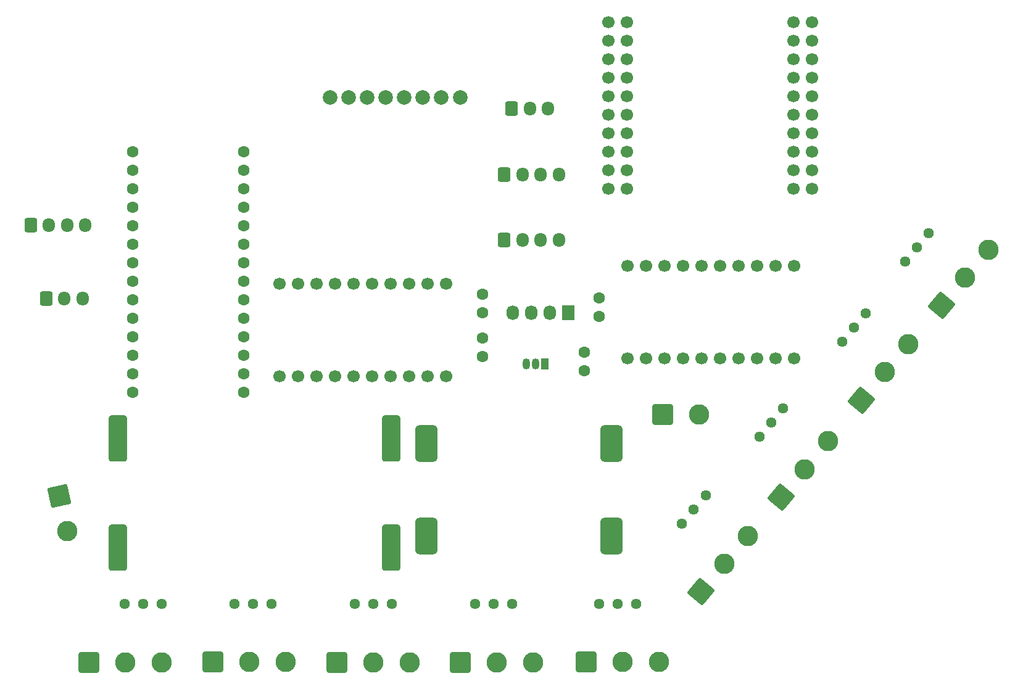
<source format=gbr>
%TF.GenerationSoftware,KiCad,Pcbnew,9.0.7*%
%TF.CreationDate,2026-01-22T08:28:16-05:00*%
%TF.ProjectId,ProtosuitDevBoard,50726f74-6f73-4756-9974-446576426f61,rev?*%
%TF.SameCoordinates,Original*%
%TF.FileFunction,Soldermask,Bot*%
%TF.FilePolarity,Negative*%
%FSLAX46Y46*%
G04 Gerber Fmt 4.6, Leading zero omitted, Abs format (unit mm)*
G04 Created by KiCad (PCBNEW 9.0.7) date 2026-01-22 08:28:16*
%MOMM*%
%LPD*%
G01*
G04 APERTURE LIST*
G04 Aperture macros list*
%AMRoundRect*
0 Rectangle with rounded corners*
0 $1 Rounding radius*
0 $2 $3 $4 $5 $6 $7 $8 $9 X,Y pos of 4 corners*
0 Add a 4 corners polygon primitive as box body*
4,1,4,$2,$3,$4,$5,$6,$7,$8,$9,$2,$3,0*
0 Add four circle primitives for the rounded corners*
1,1,$1+$1,$2,$3*
1,1,$1+$1,$4,$5*
1,1,$1+$1,$6,$7*
1,1,$1+$1,$8,$9*
0 Add four rect primitives between the rounded corners*
20,1,$1+$1,$2,$3,$4,$5,0*
20,1,$1+$1,$4,$5,$6,$7,0*
20,1,$1+$1,$6,$7,$8,$9,0*
20,1,$1+$1,$8,$9,$2,$3,0*%
G04 Aperture macros list end*
%ADD10R,1.730000X2.030000*%
%ADD11O,1.730000X2.030000*%
%ADD12RoundRect,0.250001X-1.149999X-1.149999X1.149999X-1.149999X1.149999X1.149999X-1.149999X1.149999X0*%
%ADD13C,2.800000*%
%ADD14RoundRect,0.250000X-0.600000X-0.725000X0.600000X-0.725000X0.600000X0.725000X-0.600000X0.725000X0*%
%ADD15O,1.700000X1.950000*%
%ADD16RoundRect,0.250001X0.141745X-1.620155X1.620155X0.141745X-0.141745X1.620155X-1.620155X-0.141745X0*%
%ADD17C,1.440000*%
%ADD18C,1.600000*%
%ADD19RoundRect,0.450000X-1.050000X-2.050000X1.050000X-2.050000X1.050000X2.050000X-1.050000X2.050000X0*%
%ADD20RoundRect,0.381000X0.889000X1.524000X-0.889000X1.524000X-0.889000X-1.524000X0.889000X-1.524000X0*%
%ADD21C,1.700000*%
%ADD22C,2.000000*%
%ADD23RoundRect,0.250001X-1.371645X0.873834X-0.873834X-1.371645X1.371645X-0.873834X0.873834X1.371645X0*%
%ADD24R,1.050000X1.500000*%
%ADD25O,1.050000X1.500000*%
G04 APERTURE END LIST*
D10*
%TO.C,J16*%
X161800000Y-93000000D03*
D11*
X159260000Y-93000000D03*
X156720000Y-93000000D03*
X154180000Y-93000000D03*
%TD*%
D12*
%TO.C,J1*%
X174750000Y-106967500D03*
D13*
X179750000Y-106967500D03*
%TD*%
D14*
%TO.C,J15*%
X88000000Y-81000000D03*
D15*
X90500000Y-81000000D03*
X93000000Y-81000000D03*
X95500000Y-81000000D03*
%TD*%
D16*
%TO.C,J7*%
X213000000Y-92000000D03*
D13*
X216213938Y-88169778D03*
X219427876Y-84339556D03*
%TD*%
D17*
%TO.C,RV8*%
X106000000Y-133000000D03*
X103460000Y-133000000D03*
X100920000Y-133000000D03*
%TD*%
D18*
%TO.C,R3*%
X164000000Y-98460000D03*
X164000000Y-101000000D03*
%TD*%
D19*
%TO.C,U2*%
X142300000Y-110920000D03*
X142300000Y-123620000D03*
X167700000Y-110920000D03*
X167700000Y-123620000D03*
%TD*%
D20*
%TO.C,U1*%
X137500000Y-111580001D03*
X137500000Y-109040000D03*
X137500000Y-126540000D03*
X137500000Y-124000000D03*
X100000000Y-111540000D03*
X100000000Y-109000000D03*
X100000000Y-126540000D03*
X100000000Y-123999999D03*
%TD*%
D12*
%TO.C,J5*%
X130000000Y-141000000D03*
D13*
X135000000Y-141000000D03*
X140000000Y-141000000D03*
%TD*%
D18*
%TO.C,R2*%
X166000000Y-93540000D03*
X166000000Y-91000000D03*
%TD*%
D12*
%TO.C,J10*%
X96000000Y-141000000D03*
D13*
X101000000Y-141000000D03*
X106000000Y-141000000D03*
%TD*%
D17*
%TO.C,RV6*%
X121080000Y-133000000D03*
X118540000Y-133000000D03*
X116000000Y-133000000D03*
%TD*%
D14*
%TO.C,J12*%
X90118520Y-91082198D03*
D15*
X92618520Y-91082198D03*
X95118520Y-91082198D03*
%TD*%
D12*
%TO.C,J3*%
X147000000Y-141000000D03*
D13*
X152000000Y-141000000D03*
X157000000Y-141000000D03*
%TD*%
D16*
%TO.C,J11*%
X202000000Y-105000000D03*
D13*
X205213938Y-101169778D03*
X208427876Y-97339556D03*
%TD*%
D17*
%TO.C,RV3*%
X180632681Y-118054247D03*
X179000000Y-120000000D03*
X177367320Y-121945753D03*
%TD*%
D16*
%TO.C,J4*%
X179980466Y-131300224D03*
D13*
X183194404Y-127470002D03*
X186408342Y-123639780D03*
%TD*%
D21*
%TO.C,U6*%
X192780000Y-86580000D03*
X190240000Y-86580000D03*
X187700000Y-86580000D03*
X185160000Y-86580000D03*
X182620000Y-86580000D03*
X180080000Y-86580000D03*
X177540000Y-86580000D03*
X175000000Y-86580000D03*
X172460000Y-86580000D03*
X169920000Y-86580000D03*
X192780000Y-99280000D03*
X190240000Y-99280000D03*
X187700000Y-99280000D03*
X185160000Y-99280001D03*
X182620000Y-99280000D03*
X180080000Y-99280000D03*
X177540000Y-99280000D03*
X175000000Y-99280000D03*
X172460000Y-99280000D03*
X169920000Y-99280000D03*
%TD*%
D18*
%TO.C,R1*%
X150000000Y-90460000D03*
X150000000Y-93000000D03*
%TD*%
D17*
%TO.C,RV5*%
X211265361Y-82108494D03*
X209632680Y-84054247D03*
X208000000Y-86000000D03*
%TD*%
D14*
%TO.C,J14*%
X153000000Y-83000000D03*
D15*
X155500000Y-83000000D03*
X158000000Y-83000000D03*
X160500000Y-83000000D03*
%TD*%
D17*
%TO.C,RV4*%
X154080000Y-133000000D03*
X151540000Y-133000000D03*
X149000000Y-133000000D03*
%TD*%
D12*
%TO.C,J6*%
X164250000Y-140967500D03*
D13*
X169250000Y-140967500D03*
X174250000Y-140967500D03*
%TD*%
D22*
%TO.C,U7*%
X146950000Y-63420000D03*
X144320000Y-63420000D03*
X141780000Y-63420000D03*
X139240000Y-63420000D03*
X136700000Y-63420000D03*
X134160000Y-63420000D03*
X131620000Y-63420000D03*
X129080000Y-63420000D03*
%TD*%
D17*
%TO.C,RV9*%
X202632680Y-93054247D03*
X200999999Y-95000000D03*
X199367319Y-96945753D03*
%TD*%
%TO.C,RV1*%
X171080000Y-133000000D03*
X168540000Y-133000000D03*
X166000000Y-133000000D03*
%TD*%
D16*
%TO.C,J9*%
X190980466Y-118300224D03*
D13*
X194194404Y-114470002D03*
X197408342Y-110639780D03*
%TD*%
D18*
%TO.C,R4*%
X150000000Y-96460000D03*
X150000000Y-99000000D03*
%TD*%
D23*
%TO.C,J2*%
X91917802Y-118118520D03*
D13*
X93000000Y-123000000D03*
%TD*%
D17*
%TO.C,RV2*%
X137540000Y-132995000D03*
X135000000Y-132995000D03*
X132460000Y-132995000D03*
%TD*%
D24*
%TO.C,Q1*%
X158540000Y-100000000D03*
D25*
X157270001Y-100000000D03*
X156000000Y-100000000D03*
%TD*%
D14*
%TO.C,J17*%
X154000000Y-65000000D03*
D15*
X156500001Y-65000001D03*
X158999999Y-65000001D03*
%TD*%
D14*
%TO.C,J13*%
X153000000Y-74000000D03*
D15*
X155500000Y-74000000D03*
X158000000Y-74000000D03*
X160500000Y-74000000D03*
%TD*%
D12*
%TO.C,J8*%
X113000000Y-140967500D03*
D13*
X118000000Y-140967500D03*
X123000000Y-140967500D03*
%TD*%
D17*
%TO.C,RV7*%
X191265361Y-106108494D03*
X189632680Y-108054247D03*
X188000000Y-110000000D03*
%TD*%
D18*
%TO.C,U3*%
X102000000Y-70920000D03*
X102000000Y-73460000D03*
X102000000Y-76000000D03*
X102000000Y-78540000D03*
X102000000Y-81080000D03*
X102000000Y-83620000D03*
X102000000Y-86160000D03*
X102000000Y-88700000D03*
X102000000Y-91240000D03*
X102000000Y-93780000D03*
X102000000Y-96320000D03*
X102000000Y-98860000D03*
X102000000Y-101400000D03*
X102000000Y-103940000D03*
X117240000Y-103940000D03*
X117240000Y-101400000D03*
X117240000Y-98860000D03*
X117240000Y-96320000D03*
X117240000Y-93780000D03*
X117240000Y-91240000D03*
X117240000Y-88700000D03*
X117240000Y-86160000D03*
X117240000Y-83620000D03*
X117240000Y-81080000D03*
X117240000Y-78540000D03*
X117240000Y-76000000D03*
X117240000Y-73460000D03*
X117240000Y-70920000D03*
%TD*%
D21*
%TO.C,U4*%
X195240000Y-76000000D03*
X195240000Y-73460000D03*
X195240000Y-70920000D03*
X195240000Y-68380000D03*
X195240000Y-65840000D03*
X195240000Y-63300000D03*
X195240001Y-60760000D03*
X195240000Y-58220000D03*
X195240000Y-55680000D03*
X195240000Y-53140000D03*
X192700000Y-76000000D03*
X192700000Y-73460000D03*
X192700000Y-70920000D03*
X192700000Y-68380000D03*
X192700000Y-65840000D03*
X192700000Y-63300000D03*
X192700000Y-60760000D03*
X192700000Y-58220000D03*
X192700000Y-55680000D03*
X192700000Y-53140000D03*
X169840000Y-76000000D03*
X169840000Y-73460000D03*
X169840000Y-70920000D03*
X169840000Y-68380000D03*
X169840000Y-65840000D03*
X169840001Y-63300000D03*
X169840000Y-60760000D03*
X169840000Y-58220000D03*
X169840000Y-55680000D03*
X169840000Y-53140000D03*
X167300000Y-76000000D03*
X167300000Y-73460000D03*
X167300000Y-70920000D03*
X167300000Y-68380000D03*
X167300000Y-65840000D03*
X167300000Y-63300000D03*
X167300000Y-60760000D03*
X167300000Y-58220000D03*
X167300000Y-55680000D03*
X167300000Y-53140000D03*
%TD*%
%TO.C,U5*%
X145000000Y-89000000D03*
X142460000Y-89000000D03*
X139920000Y-89000000D03*
X137380000Y-89000000D03*
X134840000Y-89000000D03*
X132300000Y-89000000D03*
X129760000Y-89000000D03*
X127220000Y-89000000D03*
X124680000Y-89000000D03*
X122140000Y-89000000D03*
X145000000Y-101700000D03*
X142460000Y-101700000D03*
X139920000Y-101700000D03*
X137380000Y-101700001D03*
X134840000Y-101700000D03*
X132300000Y-101700000D03*
X129760000Y-101700000D03*
X127220000Y-101700000D03*
X124680000Y-101700000D03*
X122140000Y-101700000D03*
%TD*%
M02*

</source>
